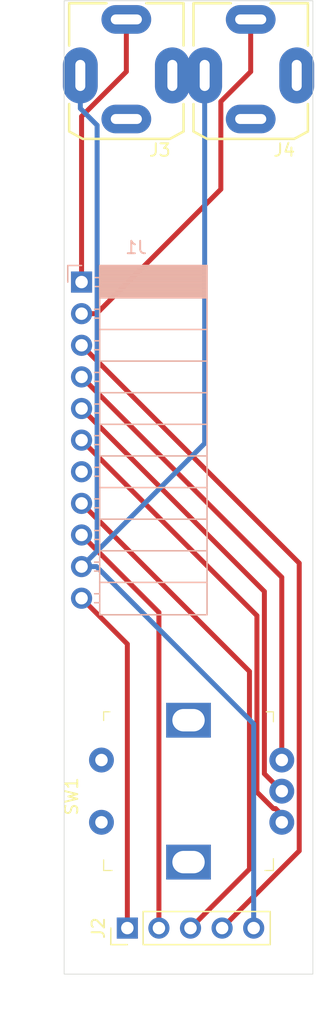
<source format=kicad_pcb>
(kicad_pcb (version 20171130) (host pcbnew "(5.1.5-0-10_14)")

  (general
    (thickness 1.6)
    (drawings 4)
    (tracks 43)
    (zones 0)
    (modules 5)
    (nets 14)
  )

  (page A4)
  (layers
    (0 F.Cu signal)
    (31 B.Cu signal)
    (32 B.Adhes user)
    (33 F.Adhes user)
    (34 B.Paste user)
    (35 F.Paste user)
    (36 B.SilkS user)
    (37 F.SilkS user)
    (38 B.Mask user)
    (39 F.Mask user)
    (40 Dwgs.User user)
    (41 Cmts.User user)
    (42 Eco1.User user)
    (43 Eco2.User user)
    (44 Edge.Cuts user)
    (45 Margin user)
    (46 B.CrtYd user)
    (47 F.CrtYd user)
    (48 B.Fab user)
    (49 F.Fab user)
  )

  (setup
    (last_trace_width 0.4)
    (user_trace_width 0.4)
    (trace_clearance 0.2)
    (zone_clearance 0.508)
    (zone_45_only no)
    (trace_min 0.2)
    (via_size 0.8)
    (via_drill 0.4)
    (via_min_size 0.4)
    (via_min_drill 0.3)
    (uvia_size 0.3)
    (uvia_drill 0.1)
    (uvias_allowed no)
    (uvia_min_size 0.2)
    (uvia_min_drill 0.1)
    (edge_width 0.05)
    (segment_width 0.2)
    (pcb_text_width 0.3)
    (pcb_text_size 1.5 1.5)
    (mod_edge_width 0.12)
    (mod_text_size 1 1)
    (mod_text_width 0.15)
    (pad_size 1.524 1.524)
    (pad_drill 0.762)
    (pad_to_mask_clearance 0.051)
    (solder_mask_min_width 0.25)
    (aux_axis_origin 0 0)
    (visible_elements FFFFFF7F)
    (pcbplotparams
      (layerselection 0x010fc_ffffffff)
      (usegerberextensions false)
      (usegerberattributes false)
      (usegerberadvancedattributes false)
      (creategerberjobfile false)
      (excludeedgelayer true)
      (linewidth 0.100000)
      (plotframeref false)
      (viasonmask false)
      (mode 1)
      (useauxorigin false)
      (hpglpennumber 1)
      (hpglpenspeed 20)
      (hpglpendiameter 15.000000)
      (psnegative false)
      (psa4output false)
      (plotreference true)
      (plotvalue true)
      (plotinvisibletext false)
      (padsonsilk false)
      (subtractmaskfromsilk false)
      (outputformat 1)
      (mirror false)
      (drillshape 1)
      (scaleselection 1)
      (outputdirectory ""))
  )

  (net 0 "")
  (net 1 "Net-(J1-Pad1)")
  (net 2 "Net-(J1-Pad2)")
  (net 3 "Net-(J1-Pad3)")
  (net 4 "Net-(J1-Pad4)")
  (net 5 "Net-(J1-Pad5)")
  (net 6 "Net-(J1-Pad6)")
  (net 7 "Net-(J1-Pad7)")
  (net 8 "Net-(J1-Pad8)")
  (net 9 "Net-(J1-Pad9)")
  (net 10 GND)
  (net 11 VDD)
  (net 12 "Net-(J3-PadTN)")
  (net 13 "Net-(J4-PadTN)")

  (net_class Default "This is the default net class."
    (clearance 0.2)
    (trace_width 0.25)
    (via_dia 0.8)
    (via_drill 0.4)
    (uvia_dia 0.3)
    (uvia_drill 0.1)
    (add_net GND)
    (add_net "Net-(J1-Pad1)")
    (add_net "Net-(J1-Pad2)")
    (add_net "Net-(J1-Pad3)")
    (add_net "Net-(J1-Pad4)")
    (add_net "Net-(J1-Pad5)")
    (add_net "Net-(J1-Pad6)")
    (add_net "Net-(J1-Pad7)")
    (add_net "Net-(J1-Pad8)")
    (add_net "Net-(J1-Pad9)")
    (add_net "Net-(J3-PadTN)")
    (add_net "Net-(J4-PadTN)")
    (add_net VDD)
  )

  (module Connector_PinSocket_2.54mm:PinSocket_1x11_P2.54mm_Horizontal (layer B.Cu) (tedit 5A19A41D) (tstamp 61989859)
    (at 115.7 84.4 180)
    (descr "Through hole angled socket strip, 1x11, 2.54mm pitch, 8.51mm socket length, single row (from Kicad 4.0.7), script generated")
    (tags "Through hole angled socket strip THT 1x11 2.54mm single row")
    (path /619BFF5F)
    (fp_text reference J1 (at -4.38 2.77) (layer B.SilkS)
      (effects (font (size 1 1) (thickness 0.15)) (justify mirror))
    )
    (fp_text value Conn_01x11_Female (at -4.38 -28.17) (layer B.Fab)
      (effects (font (size 1 1) (thickness 0.15)) (justify mirror))
    )
    (fp_line (start -10.03 1.27) (end -2.49 1.27) (layer B.Fab) (width 0.1))
    (fp_line (start -2.49 1.27) (end -1.52 0.3) (layer B.Fab) (width 0.1))
    (fp_line (start -1.52 0.3) (end -1.52 -26.67) (layer B.Fab) (width 0.1))
    (fp_line (start -1.52 -26.67) (end -10.03 -26.67) (layer B.Fab) (width 0.1))
    (fp_line (start -10.03 -26.67) (end -10.03 1.27) (layer B.Fab) (width 0.1))
    (fp_line (start 0 0.3) (end -1.52 0.3) (layer B.Fab) (width 0.1))
    (fp_line (start -1.52 -0.3) (end 0 -0.3) (layer B.Fab) (width 0.1))
    (fp_line (start 0 -0.3) (end 0 0.3) (layer B.Fab) (width 0.1))
    (fp_line (start 0 -2.24) (end -1.52 -2.24) (layer B.Fab) (width 0.1))
    (fp_line (start -1.52 -2.84) (end 0 -2.84) (layer B.Fab) (width 0.1))
    (fp_line (start 0 -2.84) (end 0 -2.24) (layer B.Fab) (width 0.1))
    (fp_line (start 0 -4.78) (end -1.52 -4.78) (layer B.Fab) (width 0.1))
    (fp_line (start -1.52 -5.38) (end 0 -5.38) (layer B.Fab) (width 0.1))
    (fp_line (start 0 -5.38) (end 0 -4.78) (layer B.Fab) (width 0.1))
    (fp_line (start 0 -7.32) (end -1.52 -7.32) (layer B.Fab) (width 0.1))
    (fp_line (start -1.52 -7.92) (end 0 -7.92) (layer B.Fab) (width 0.1))
    (fp_line (start 0 -7.92) (end 0 -7.32) (layer B.Fab) (width 0.1))
    (fp_line (start 0 -9.86) (end -1.52 -9.86) (layer B.Fab) (width 0.1))
    (fp_line (start -1.52 -10.46) (end 0 -10.46) (layer B.Fab) (width 0.1))
    (fp_line (start 0 -10.46) (end 0 -9.86) (layer B.Fab) (width 0.1))
    (fp_line (start 0 -12.4) (end -1.52 -12.4) (layer B.Fab) (width 0.1))
    (fp_line (start -1.52 -13) (end 0 -13) (layer B.Fab) (width 0.1))
    (fp_line (start 0 -13) (end 0 -12.4) (layer B.Fab) (width 0.1))
    (fp_line (start 0 -14.94) (end -1.52 -14.94) (layer B.Fab) (width 0.1))
    (fp_line (start -1.52 -15.54) (end 0 -15.54) (layer B.Fab) (width 0.1))
    (fp_line (start 0 -15.54) (end 0 -14.94) (layer B.Fab) (width 0.1))
    (fp_line (start 0 -17.48) (end -1.52 -17.48) (layer B.Fab) (width 0.1))
    (fp_line (start -1.52 -18.08) (end 0 -18.08) (layer B.Fab) (width 0.1))
    (fp_line (start 0 -18.08) (end 0 -17.48) (layer B.Fab) (width 0.1))
    (fp_line (start 0 -20.02) (end -1.52 -20.02) (layer B.Fab) (width 0.1))
    (fp_line (start -1.52 -20.62) (end 0 -20.62) (layer B.Fab) (width 0.1))
    (fp_line (start 0 -20.62) (end 0 -20.02) (layer B.Fab) (width 0.1))
    (fp_line (start 0 -22.56) (end -1.52 -22.56) (layer B.Fab) (width 0.1))
    (fp_line (start -1.52 -23.16) (end 0 -23.16) (layer B.Fab) (width 0.1))
    (fp_line (start 0 -23.16) (end 0 -22.56) (layer B.Fab) (width 0.1))
    (fp_line (start 0 -25.1) (end -1.52 -25.1) (layer B.Fab) (width 0.1))
    (fp_line (start -1.52 -25.7) (end 0 -25.7) (layer B.Fab) (width 0.1))
    (fp_line (start 0 -25.7) (end 0 -25.1) (layer B.Fab) (width 0.1))
    (fp_line (start -10.09 1.21) (end -1.46 1.21) (layer B.SilkS) (width 0.12))
    (fp_line (start -10.09 1.091905) (end -1.46 1.091905) (layer B.SilkS) (width 0.12))
    (fp_line (start -10.09 0.97381) (end -1.46 0.97381) (layer B.SilkS) (width 0.12))
    (fp_line (start -10.09 0.855715) (end -1.46 0.855715) (layer B.SilkS) (width 0.12))
    (fp_line (start -10.09 0.73762) (end -1.46 0.73762) (layer B.SilkS) (width 0.12))
    (fp_line (start -10.09 0.619525) (end -1.46 0.619525) (layer B.SilkS) (width 0.12))
    (fp_line (start -10.09 0.50143) (end -1.46 0.50143) (layer B.SilkS) (width 0.12))
    (fp_line (start -10.09 0.383335) (end -1.46 0.383335) (layer B.SilkS) (width 0.12))
    (fp_line (start -10.09 0.26524) (end -1.46 0.26524) (layer B.SilkS) (width 0.12))
    (fp_line (start -10.09 0.147145) (end -1.46 0.147145) (layer B.SilkS) (width 0.12))
    (fp_line (start -10.09 0.02905) (end -1.46 0.02905) (layer B.SilkS) (width 0.12))
    (fp_line (start -10.09 -0.089045) (end -1.46 -0.089045) (layer B.SilkS) (width 0.12))
    (fp_line (start -10.09 -0.20714) (end -1.46 -0.20714) (layer B.SilkS) (width 0.12))
    (fp_line (start -10.09 -0.325235) (end -1.46 -0.325235) (layer B.SilkS) (width 0.12))
    (fp_line (start -10.09 -0.44333) (end -1.46 -0.44333) (layer B.SilkS) (width 0.12))
    (fp_line (start -10.09 -0.561425) (end -1.46 -0.561425) (layer B.SilkS) (width 0.12))
    (fp_line (start -10.09 -0.67952) (end -1.46 -0.67952) (layer B.SilkS) (width 0.12))
    (fp_line (start -10.09 -0.797615) (end -1.46 -0.797615) (layer B.SilkS) (width 0.12))
    (fp_line (start -10.09 -0.91571) (end -1.46 -0.91571) (layer B.SilkS) (width 0.12))
    (fp_line (start -10.09 -1.033805) (end -1.46 -1.033805) (layer B.SilkS) (width 0.12))
    (fp_line (start -10.09 -1.1519) (end -1.46 -1.1519) (layer B.SilkS) (width 0.12))
    (fp_line (start -1.46 0.36) (end -1.11 0.36) (layer B.SilkS) (width 0.12))
    (fp_line (start -1.46 -0.36) (end -1.11 -0.36) (layer B.SilkS) (width 0.12))
    (fp_line (start -1.46 -2.18) (end -1.05 -2.18) (layer B.SilkS) (width 0.12))
    (fp_line (start -1.46 -2.9) (end -1.05 -2.9) (layer B.SilkS) (width 0.12))
    (fp_line (start -1.46 -4.72) (end -1.05 -4.72) (layer B.SilkS) (width 0.12))
    (fp_line (start -1.46 -5.44) (end -1.05 -5.44) (layer B.SilkS) (width 0.12))
    (fp_line (start -1.46 -7.26) (end -1.05 -7.26) (layer B.SilkS) (width 0.12))
    (fp_line (start -1.46 -7.98) (end -1.05 -7.98) (layer B.SilkS) (width 0.12))
    (fp_line (start -1.46 -9.8) (end -1.05 -9.8) (layer B.SilkS) (width 0.12))
    (fp_line (start -1.46 -10.52) (end -1.05 -10.52) (layer B.SilkS) (width 0.12))
    (fp_line (start -1.46 -12.34) (end -1.05 -12.34) (layer B.SilkS) (width 0.12))
    (fp_line (start -1.46 -13.06) (end -1.05 -13.06) (layer B.SilkS) (width 0.12))
    (fp_line (start -1.46 -14.88) (end -1.05 -14.88) (layer B.SilkS) (width 0.12))
    (fp_line (start -1.46 -15.6) (end -1.05 -15.6) (layer B.SilkS) (width 0.12))
    (fp_line (start -1.46 -17.42) (end -1.05 -17.42) (layer B.SilkS) (width 0.12))
    (fp_line (start -1.46 -18.14) (end -1.05 -18.14) (layer B.SilkS) (width 0.12))
    (fp_line (start -1.46 -19.96) (end -1.05 -19.96) (layer B.SilkS) (width 0.12))
    (fp_line (start -1.46 -20.68) (end -1.05 -20.68) (layer B.SilkS) (width 0.12))
    (fp_line (start -1.46 -22.5) (end -1.05 -22.5) (layer B.SilkS) (width 0.12))
    (fp_line (start -1.46 -23.22) (end -1.05 -23.22) (layer B.SilkS) (width 0.12))
    (fp_line (start -1.46 -25.04) (end -1.05 -25.04) (layer B.SilkS) (width 0.12))
    (fp_line (start -1.46 -25.76) (end -1.05 -25.76) (layer B.SilkS) (width 0.12))
    (fp_line (start -10.09 -1.27) (end -1.46 -1.27) (layer B.SilkS) (width 0.12))
    (fp_line (start -10.09 -3.81) (end -1.46 -3.81) (layer B.SilkS) (width 0.12))
    (fp_line (start -10.09 -6.35) (end -1.46 -6.35) (layer B.SilkS) (width 0.12))
    (fp_line (start -10.09 -8.89) (end -1.46 -8.89) (layer B.SilkS) (width 0.12))
    (fp_line (start -10.09 -11.43) (end -1.46 -11.43) (layer B.SilkS) (width 0.12))
    (fp_line (start -10.09 -13.97) (end -1.46 -13.97) (layer B.SilkS) (width 0.12))
    (fp_line (start -10.09 -16.51) (end -1.46 -16.51) (layer B.SilkS) (width 0.12))
    (fp_line (start -10.09 -19.05) (end -1.46 -19.05) (layer B.SilkS) (width 0.12))
    (fp_line (start -10.09 -21.59) (end -1.46 -21.59) (layer B.SilkS) (width 0.12))
    (fp_line (start -10.09 -24.13) (end -1.46 -24.13) (layer B.SilkS) (width 0.12))
    (fp_line (start -10.09 1.33) (end -1.46 1.33) (layer B.SilkS) (width 0.12))
    (fp_line (start -1.46 1.33) (end -1.46 -26.73) (layer B.SilkS) (width 0.12))
    (fp_line (start -10.09 -26.73) (end -1.46 -26.73) (layer B.SilkS) (width 0.12))
    (fp_line (start -10.09 1.33) (end -10.09 -26.73) (layer B.SilkS) (width 0.12))
    (fp_line (start 1.11 1.33) (end 1.11 0) (layer B.SilkS) (width 0.12))
    (fp_line (start 0 1.33) (end 1.11 1.33) (layer B.SilkS) (width 0.12))
    (fp_line (start 1.75 1.8) (end -10.55 1.8) (layer B.CrtYd) (width 0.05))
    (fp_line (start -10.55 1.8) (end -10.55 -27.15) (layer B.CrtYd) (width 0.05))
    (fp_line (start -10.55 -27.15) (end 1.75 -27.15) (layer B.CrtYd) (width 0.05))
    (fp_line (start 1.75 -27.15) (end 1.75 1.8) (layer B.CrtYd) (width 0.05))
    (fp_text user %R (at -5.775 -12.7 -90) (layer B.Fab)
      (effects (font (size 1 1) (thickness 0.15)) (justify mirror))
    )
    (pad 1 thru_hole rect (at 0 0 180) (size 1.7 1.7) (drill 1) (layers *.Cu *.Mask)
      (net 1 "Net-(J1-Pad1)"))
    (pad 2 thru_hole oval (at 0 -2.54 180) (size 1.7 1.7) (drill 1) (layers *.Cu *.Mask)
      (net 2 "Net-(J1-Pad2)"))
    (pad 3 thru_hole oval (at 0 -5.08 180) (size 1.7 1.7) (drill 1) (layers *.Cu *.Mask)
      (net 3 "Net-(J1-Pad3)"))
    (pad 4 thru_hole oval (at 0 -7.62 180) (size 1.7 1.7) (drill 1) (layers *.Cu *.Mask)
      (net 4 "Net-(J1-Pad4)"))
    (pad 5 thru_hole oval (at 0 -10.16 180) (size 1.7 1.7) (drill 1) (layers *.Cu *.Mask)
      (net 5 "Net-(J1-Pad5)"))
    (pad 6 thru_hole oval (at 0 -12.7 180) (size 1.7 1.7) (drill 1) (layers *.Cu *.Mask)
      (net 6 "Net-(J1-Pad6)"))
    (pad 7 thru_hole oval (at 0 -15.24 180) (size 1.7 1.7) (drill 1) (layers *.Cu *.Mask)
      (net 7 "Net-(J1-Pad7)"))
    (pad 8 thru_hole oval (at 0 -17.78 180) (size 1.7 1.7) (drill 1) (layers *.Cu *.Mask)
      (net 8 "Net-(J1-Pad8)"))
    (pad 9 thru_hole oval (at 0 -20.32 180) (size 1.7 1.7) (drill 1) (layers *.Cu *.Mask)
      (net 9 "Net-(J1-Pad9)"))
    (pad 10 thru_hole oval (at 0 -22.86 180) (size 1.7 1.7) (drill 1) (layers *.Cu *.Mask)
      (net 10 GND))
    (pad 11 thru_hole oval (at 0 -25.4 180) (size 1.7 1.7) (drill 1) (layers *.Cu *.Mask)
      (net 11 VDD))
    (model ${KISYS3DMOD}/Connector_PinSocket_2.54mm.3dshapes/PinSocket_1x11_P2.54mm_Horizontal.wrl
      (at (xyz 0 0 0))
      (scale (xyz 1 1 1))
      (rotate (xyz 0 0 0))
    )
  )

  (module Connector_PinHeader_2.54mm:PinHeader_1x05_P2.54mm_Vertical (layer F.Cu) (tedit 59FED5CC) (tstamp 61989872)
    (at 119.38 136.3 90)
    (descr "Through hole straight pin header, 1x05, 2.54mm pitch, single row")
    (tags "Through hole pin header THT 1x05 2.54mm single row")
    (path /619B10D2)
    (fp_text reference J2 (at 0 -2.33 90) (layer F.SilkS)
      (effects (font (size 1 1) (thickness 0.15)))
    )
    (fp_text value Conn_01x05_Female (at 0 12.49 90) (layer F.Fab)
      (effects (font (size 1 1) (thickness 0.15)))
    )
    (fp_line (start -0.635 -1.27) (end 1.27 -1.27) (layer F.Fab) (width 0.1))
    (fp_line (start 1.27 -1.27) (end 1.27 11.43) (layer F.Fab) (width 0.1))
    (fp_line (start 1.27 11.43) (end -1.27 11.43) (layer F.Fab) (width 0.1))
    (fp_line (start -1.27 11.43) (end -1.27 -0.635) (layer F.Fab) (width 0.1))
    (fp_line (start -1.27 -0.635) (end -0.635 -1.27) (layer F.Fab) (width 0.1))
    (fp_line (start -1.33 11.49) (end 1.33 11.49) (layer F.SilkS) (width 0.12))
    (fp_line (start -1.33 1.27) (end -1.33 11.49) (layer F.SilkS) (width 0.12))
    (fp_line (start 1.33 1.27) (end 1.33 11.49) (layer F.SilkS) (width 0.12))
    (fp_line (start -1.33 1.27) (end 1.33 1.27) (layer F.SilkS) (width 0.12))
    (fp_line (start -1.33 0) (end -1.33 -1.33) (layer F.SilkS) (width 0.12))
    (fp_line (start -1.33 -1.33) (end 0 -1.33) (layer F.SilkS) (width 0.12))
    (fp_line (start -1.8 -1.8) (end -1.8 11.95) (layer F.CrtYd) (width 0.05))
    (fp_line (start -1.8 11.95) (end 1.8 11.95) (layer F.CrtYd) (width 0.05))
    (fp_line (start 1.8 11.95) (end 1.8 -1.8) (layer F.CrtYd) (width 0.05))
    (fp_line (start 1.8 -1.8) (end -1.8 -1.8) (layer F.CrtYd) (width 0.05))
    (fp_text user %R (at 0 5.08) (layer F.Fab)
      (effects (font (size 1 1) (thickness 0.15)))
    )
    (pad 1 thru_hole rect (at 0 0 90) (size 1.7 1.7) (drill 1) (layers *.Cu *.Mask)
      (net 11 VDD))
    (pad 2 thru_hole oval (at 0 2.54 90) (size 1.7 1.7) (drill 1) (layers *.Cu *.Mask)
      (net 9 "Net-(J1-Pad9)"))
    (pad 3 thru_hole oval (at 0 5.08 90) (size 1.7 1.7) (drill 1) (layers *.Cu *.Mask)
      (net 8 "Net-(J1-Pad8)"))
    (pad 4 thru_hole oval (at 0 7.62 90) (size 1.7 1.7) (drill 1) (layers *.Cu *.Mask)
      (net 3 "Net-(J1-Pad3)"))
    (pad 5 thru_hole oval (at 0 10.16 90) (size 1.7 1.7) (drill 1) (layers *.Cu *.Mask)
      (net 10 GND))
    (model ${KISYS3DMOD}/Connector_PinHeader_2.54mm.3dshapes/PinHeader_1x05_P2.54mm_Vertical.wrl
      (at (xyz 0 0 0))
      (scale (xyz 1 1 1))
      (rotate (xyz 0 0 0))
    )
  )

  (module audiojacks:Jack_3.5mm_QingPu_WQP-PJ3410_Vertical (layer F.Cu) (tedit 60570E6D) (tstamp 61989887)
    (at 119.3 67.8 180)
    (path /611893F6)
    (fp_text reference J3 (at -2.7 -6) (layer F.SilkS)
      (effects (font (size 1 1) (thickness 0.15)))
    )
    (fp_text value AudioJack2_SwitchT (at 2.7 -6.1) (layer F.Fab)
      (effects (font (size 1 1) (thickness 0.15)))
    )
    (fp_line (start 5 -5.5) (end -5 -5.5) (layer F.CrtYd) (width 0.12))
    (fp_line (start 5 6) (end 5 -5.5) (layer F.CrtYd) (width 0.12))
    (fp_line (start -5 6) (end 5 6) (layer F.CrtYd) (width 0.12))
    (fp_line (start -5 -5.5) (end -5 6) (layer F.CrtYd) (width 0.12))
    (fp_line (start 4.6 -4.5) (end 4.6 -2.3) (layer F.SilkS) (width 0.2))
    (fp_line (start -4.6 -4.5) (end -4.6 -2.3) (layer F.SilkS) (width 0.2))
    (fp_line (start -4.6 2.4) (end -4.6 5.8) (layer F.SilkS) (width 0.2))
    (fp_line (start 4.6 5.8) (end 4.6 2.4) (layer F.SilkS) (width 0.2))
    (fp_line (start 3.5 -5.1) (end -3.5 -5.1) (layer F.SilkS) (width 0.2))
    (fp_line (start -4.6 5.8) (end -1.6 5.8) (layer F.SilkS) (width 0.2))
    (fp_line (start 1.6 5.8) (end 4.6 5.8) (layer F.SilkS) (width 0.2))
    (fp_line (start 3.5 -5.1) (end 4.6 -4.5) (layer F.SilkS) (width 0.2))
    (fp_line (start -3.5 -5.1) (end -4.6 -4.5) (layer F.SilkS) (width 0.2))
    (pad TN thru_hole oval (at -3.7 0 180) (size 2.8 4.5) (drill oval 0.8 2.5) (layers *.Cu *.Mask)
      (net 12 "Net-(J3-PadTN)"))
    (pad S thru_hole oval (at 3.7 0 180) (size 2.8 4.5) (drill oval 0.8 2.5) (layers *.Cu *.Mask)
      (net 10 GND))
    (pad R thru_hole oval (at 0 -3.5 270) (size 2.3 4) (drill oval 0.8 2.5) (layers *.Cu *.Mask))
    (pad T thru_hole oval (at 0 4.5 90) (size 2.3 4) (drill oval 0.8 2.5) (layers *.Cu *.Mask)
      (net 1 "Net-(J1-Pad1)"))
    (model ${KISYS3DMOD}/AudioJacks.3dshapes/PJ3410.step
      (at (xyz 0 0 0))
      (scale (xyz 1 1 1))
      (rotate (xyz 0 0 0))
    )
    (model ${KISYS3DMOD}/AudioJacks.3dshapes/PJ3410_Hex_nut.step
      (at (xyz 0 0 0))
      (scale (xyz 1 1 1))
      (rotate (xyz 0 0 0))
    )
    (model ${KISYS3DMOD}/AudioJacks.3dshapes/PJ3410_Round_nut.step
      (at (xyz 0 0 0))
      (scale (xyz 1 1 1))
      (rotate (xyz 0 0 0))
    )
  )

  (module audiojacks:Jack_3.5mm_QingPu_WQP-PJ3410_Vertical (layer F.Cu) (tedit 60570E6D) (tstamp 6198989C)
    (at 129.3 67.8 180)
    (path /611896BC)
    (fp_text reference J4 (at -2.7 -6) (layer F.SilkS)
      (effects (font (size 1 1) (thickness 0.15)))
    )
    (fp_text value AudioJack2_SwitchT (at 2.7 -6.1) (layer F.Fab)
      (effects (font (size 1 1) (thickness 0.15)))
    )
    (fp_line (start -3.5 -5.1) (end -4.6 -4.5) (layer F.SilkS) (width 0.2))
    (fp_line (start 3.5 -5.1) (end 4.6 -4.5) (layer F.SilkS) (width 0.2))
    (fp_line (start 1.6 5.8) (end 4.6 5.8) (layer F.SilkS) (width 0.2))
    (fp_line (start -4.6 5.8) (end -1.6 5.8) (layer F.SilkS) (width 0.2))
    (fp_line (start 3.5 -5.1) (end -3.5 -5.1) (layer F.SilkS) (width 0.2))
    (fp_line (start 4.6 5.8) (end 4.6 2.4) (layer F.SilkS) (width 0.2))
    (fp_line (start -4.6 2.4) (end -4.6 5.8) (layer F.SilkS) (width 0.2))
    (fp_line (start -4.6 -4.5) (end -4.6 -2.3) (layer F.SilkS) (width 0.2))
    (fp_line (start 4.6 -4.5) (end 4.6 -2.3) (layer F.SilkS) (width 0.2))
    (fp_line (start -5 -5.5) (end -5 6) (layer F.CrtYd) (width 0.12))
    (fp_line (start -5 6) (end 5 6) (layer F.CrtYd) (width 0.12))
    (fp_line (start 5 6) (end 5 -5.5) (layer F.CrtYd) (width 0.12))
    (fp_line (start 5 -5.5) (end -5 -5.5) (layer F.CrtYd) (width 0.12))
    (pad T thru_hole oval (at 0 4.5 90) (size 2.3 4) (drill oval 0.8 2.5) (layers *.Cu *.Mask)
      (net 2 "Net-(J1-Pad2)"))
    (pad R thru_hole oval (at 0 -3.5 270) (size 2.3 4) (drill oval 0.8 2.5) (layers *.Cu *.Mask))
    (pad S thru_hole oval (at 3.7 0 180) (size 2.8 4.5) (drill oval 0.8 2.5) (layers *.Cu *.Mask)
      (net 10 GND))
    (pad TN thru_hole oval (at -3.7 0 180) (size 2.8 4.5) (drill oval 0.8 2.5) (layers *.Cu *.Mask)
      (net 13 "Net-(J4-PadTN)"))
    (model ${KISYS3DMOD}/AudioJacks.3dshapes/PJ3410.step
      (at (xyz 0 0 0))
      (scale (xyz 1 1 1))
      (rotate (xyz 0 0 0))
    )
    (model ${KISYS3DMOD}/AudioJacks.3dshapes/PJ3410_Hex_nut.step
      (at (xyz 0 0 0))
      (scale (xyz 1 1 1))
      (rotate (xyz 0 0 0))
    )
    (model ${KISYS3DMOD}/AudioJacks.3dshapes/PJ3410_Round_nut.step
      (at (xyz 0 0 0))
      (scale (xyz 1 1 1))
      (rotate (xyz 0 0 0))
    )
  )

  (module digikey-footprints:Rotary_Encoder_Switched_PEC11R (layer F.Cu) (tedit 5B211F93) (tstamp 619898B8)
    (at 124.3 131 90)
    (path /611886A8)
    (fp_text reference SW1 (at 5.275 -9.4 90) (layer F.SilkS)
      (effects (font (size 1 1) (thickness 0.15)))
    )
    (fp_text value Rotary_Encoder_Switch (at 5.125 9.725 90) (layer F.Fab)
      (effects (font (size 1 1) (thickness 0.15)))
    )
    (fp_text user %R (at 5.65 0.125 90) (layer F.Fab)
      (effects (font (size 1 1) (thickness 0.15)))
    )
    (fp_line (start -1.65 8.75) (end -1.65 -8.25) (layer F.CrtYd) (width 0.05))
    (fp_line (start 13.05 8.75) (end -1.65 8.75) (layer F.CrtYd) (width 0.05))
    (fp_line (start 13.05 -8.25) (end 13.05 8.75) (layer F.CrtYd) (width 0.05))
    (fp_line (start -1.65 -8.25) (end 13.05 -8.25) (layer F.CrtYd) (width 0.05))
    (fp_line (start 0.275 6.825) (end -0.675 6.825) (layer F.SilkS) (width 0.1))
    (fp_line (start -0.675 6.825) (end -0.675 6.15) (layer F.SilkS) (width 0.1))
    (fp_line (start 0.175 -6.825) (end -0.675 -6.825) (layer F.SilkS) (width 0.1))
    (fp_line (start -0.675 -6.825) (end -0.675 -6.15) (layer F.SilkS) (width 0.1))
    (fp_line (start 12.075 6.25) (end 12.075 6.825) (layer F.SilkS) (width 0.1))
    (fp_line (start 12.075 6.825) (end 11.275 6.825) (layer F.SilkS) (width 0.1))
    (fp_line (start 11.375 -6.825) (end 12.075 -6.825) (layer F.SilkS) (width 0.1))
    (fp_line (start 12.075 -6.825) (end 12.075 -6.325) (layer F.SilkS) (width 0.1))
    (fp_line (start -0.55 -6.7) (end 11.95 -6.7) (layer F.Fab) (width 0.1))
    (fp_line (start -0.55 6.7) (end 11.95 6.7) (layer F.Fab) (width 0.1))
    (fp_line (start -0.55 -6.7) (end -0.55 6.7) (layer F.Fab) (width 0.1))
    (fp_line (start 11.95 -6.7) (end 11.95 6.7) (layer F.Fab) (width 0.1))
    (pad 3 thru_hole rect (at 0 0 90) (size 2.8 3.6) (drill oval 1.8 2.6) (layers *.Cu *.Mask))
    (pad 3 thru_hole rect (at 11.4 0 90) (size 2.8 3.6) (drill oval 1.8 2.6) (layers *.Cu *.Mask))
    (pad 1 thru_hole circle (at 3.2 -7 90) (size 2 2) (drill 1) (layers *.Cu *.Mask))
    (pad 2 thru_hole circle (at 8.2 -7 90) (size 2 2) (drill 1) (layers *.Cu *.Mask))
    (pad A thru_hole circle (at 3.2 7.5 90) (size 2 2) (drill 1) (layers *.Cu *.Mask)
      (net 6 "Net-(J1-Pad6)"))
    (pad C thru_hole circle (at 5.7 7.5 90) (size 2 2) (drill 1) (layers *.Cu *.Mask)
      (net 5 "Net-(J1-Pad5)"))
    (pad B thru_hole circle (at 8.2 7.5 90) (size 2 2) (drill 1) (layers *.Cu *.Mask)
      (net 4 "Net-(J1-Pad4)"))
  )

  (gr_line (start 114.3 140) (end 114.3 61.8) (layer Edge.Cuts) (width 0.05))
  (gr_line (start 134.3 140) (end 134.3 61.8) (layer Edge.Cuts) (width 0.05))
  (gr_line (start 114.3 61.8) (end 134.3 61.8) (layer Edge.Cuts) (width 0.05))
  (gr_line (start 114.3 140) (end 134.3 140) (layer Edge.Cuts) (width 0.05))

  (segment (start 119.3 64.85) (end 119.3 63.3) (width 0.4) (layer F.Cu) (net 1))
  (segment (start 119.3 67.495598) (end 119.3 64.85) (width 0.4) (layer F.Cu) (net 1))
  (segment (start 115.7 71.095598) (end 119.3 67.495598) (width 0.4) (layer F.Cu) (net 1))
  (segment (start 115.7 84.4) (end 115.7 71.095598) (width 0.4) (layer F.Cu) (net 1))
  (segment (start 129.3 64.85) (end 129.3 63.3) (width 0.4) (layer F.Cu) (net 2))
  (segment (start 129.3 67.495598) (end 129.3 64.85) (width 0.4) (layer F.Cu) (net 2))
  (segment (start 126.89999 76.942091) (end 126.89999 69.895608) (width 0.4) (layer F.Cu) (net 2))
  (segment (start 116.902081 86.94) (end 126.89999 76.942091) (width 0.4) (layer F.Cu) (net 2))
  (segment (start 126.89999 69.895608) (end 129.3 67.495598) (width 0.4) (layer F.Cu) (net 2))
  (segment (start 115.7 86.94) (end 116.902081 86.94) (width 0.4) (layer F.Cu) (net 2))
  (segment (start 133.200001 130.099999) (end 127 136.3) (width 0.4) (layer F.Cu) (net 3))
  (segment (start 133.200001 106.980001) (end 133.200001 130.099999) (width 0.4) (layer F.Cu) (net 3))
  (segment (start 115.7 89.48) (end 133.200001 106.980001) (width 0.4) (layer F.Cu) (net 3))
  (segment (start 131.8 108.12) (end 131.8 122.8) (width 0.4) (layer F.Cu) (net 4))
  (segment (start 115.7 92.02) (end 131.8 108.12) (width 0.4) (layer F.Cu) (net 4))
  (segment (start 130.800001 124.300001) (end 131.8 125.3) (width 0.4) (layer F.Cu) (net 5))
  (segment (start 130.399999 123.899999) (end 130.800001 124.300001) (width 0.4) (layer F.Cu) (net 5))
  (segment (start 130.399999 109.259999) (end 130.399999 123.899999) (width 0.4) (layer F.Cu) (net 5))
  (segment (start 115.7 94.56) (end 130.399999 109.259999) (width 0.4) (layer F.Cu) (net 5))
  (segment (start 131.8 127.2) (end 131.8 127.8) (width 0.4) (layer F.Cu) (net 6))
  (segment (start 131.300001 126.700001) (end 131.8 127.2) (width 0.4) (layer F.Cu) (net 6))
  (segment (start 129.79999 125.371992) (end 131.127999 126.700001) (width 0.4) (layer F.Cu) (net 6))
  (segment (start 131.127999 126.700001) (end 131.300001 126.700001) (width 0.4) (layer F.Cu) (net 6))
  (segment (start 129.79999 111.19999) (end 129.79999 125.371992) (width 0.4) (layer F.Cu) (net 6))
  (segment (start 115.7 97.1) (end 129.79999 111.19999) (width 0.4) (layer F.Cu) (net 6))
  (segment (start 125.309999 135.450001) (end 124.46 136.3) (width 0.4) (layer F.Cu) (net 8))
  (segment (start 129.199981 131.560019) (end 125.309999 135.450001) (width 0.4) (layer F.Cu) (net 8))
  (segment (start 129.199981 115.679981) (end 129.199981 131.560019) (width 0.4) (layer F.Cu) (net 8))
  (segment (start 115.7 102.18) (end 129.199981 115.679981) (width 0.4) (layer F.Cu) (net 8))
  (segment (start 121.92 110.94) (end 121.92 136.3) (width 0.4) (layer F.Cu) (net 9))
  (segment (start 115.7 104.72) (end 121.92 110.94) (width 0.4) (layer F.Cu) (net 9))
  (segment (start 115.6 70.45) (end 115.6 67.8) (width 0.4) (layer B.Cu) (net 10))
  (segment (start 116.950001 71.800001) (end 115.6 70.45) (width 0.4) (layer B.Cu) (net 10))
  (segment (start 116.950001 106.009999) (end 116.950001 71.800001) (width 0.4) (layer B.Cu) (net 10))
  (segment (start 115.7 107.26) (end 116.950001 106.009999) (width 0.4) (layer B.Cu) (net 10))
  (segment (start 125.6 97.36) (end 125.6 67.8) (width 0.4) (layer B.Cu) (net 10))
  (segment (start 115.7 107.26) (end 125.6 97.36) (width 0.4) (layer B.Cu) (net 10))
  (segment (start 129.54 135.097919) (end 129.54 136.3) (width 0.4) (layer B.Cu) (net 10))
  (segment (start 129.54 119.897919) (end 129.54 135.097919) (width 0.4) (layer B.Cu) (net 10))
  (segment (start 116.902081 107.26) (end 129.54 119.897919) (width 0.4) (layer B.Cu) (net 10))
  (segment (start 115.7 107.26) (end 116.902081 107.26) (width 0.4) (layer B.Cu) (net 10))
  (segment (start 119.38 113.48) (end 119.38 136.3) (width 0.4) (layer F.Cu) (net 11))
  (segment (start 115.7 109.8) (end 119.38 113.48) (width 0.4) (layer F.Cu) (net 11))

)

</source>
